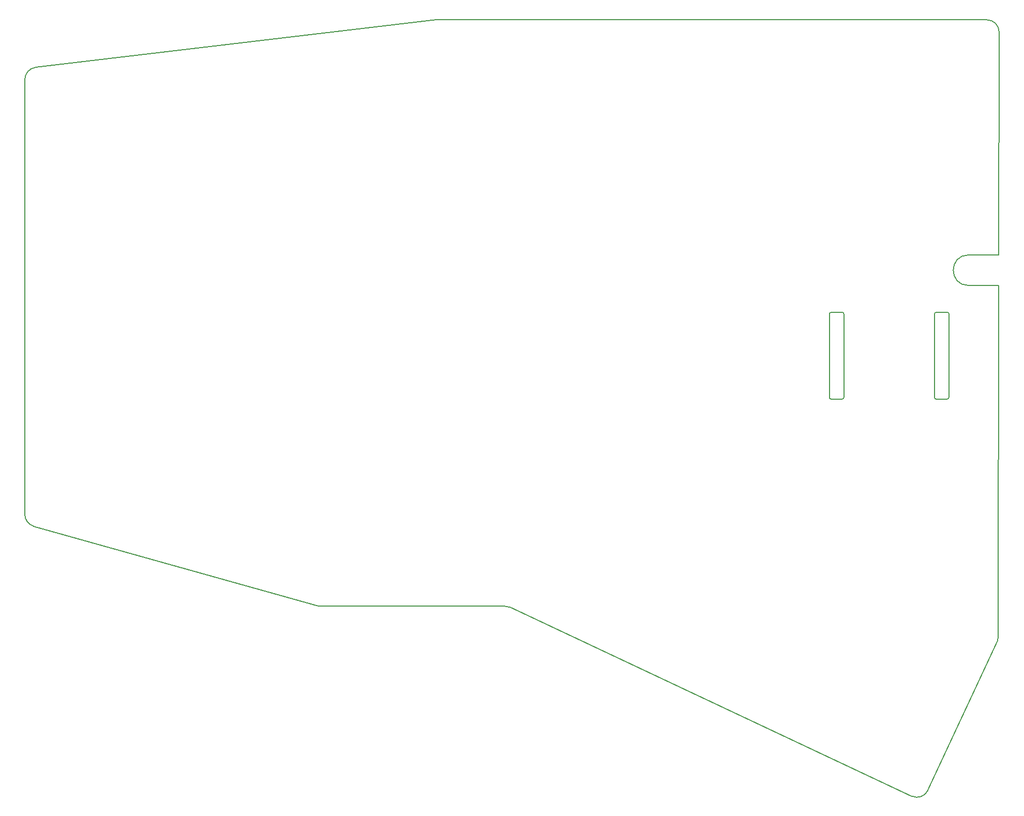
<source format=gbr>
%TF.GenerationSoftware,KiCad,Pcbnew,8.0.4*%
%TF.CreationDate,2024-07-28T16:02:38-05:00*%
%TF.ProjectId,reversible,72657665-7273-4696-926c-652e6b696361,0.5.0*%
%TF.SameCoordinates,Original*%
%TF.FileFunction,Profile,NP*%
%FSLAX46Y46*%
G04 Gerber Fmt 4.6, Leading zero omitted, Abs format (unit mm)*
G04 Created by KiCad (PCBNEW 8.0.4) date 2024-07-28 16:02:38*
%MOMM*%
%LPD*%
G01*
G04 APERTURE LIST*
%TA.AperFunction,Profile*%
%ADD10C,0.150000*%
%TD*%
G04 APERTURE END LIST*
D10*
X93053503Y-112902378D02*
X62775891Y-112902379D01*
X171997524Y-16902374D02*
G75*
G02*
X173997525Y-18904847I-24J-2000026D01*
G01*
X168999993Y-60402377D02*
G75*
G02*
X168999997Y-55402423I7J2499977D01*
G01*
X81882710Y-16916276D02*
G75*
G02*
X82118100Y-16902383I235190J-1983824D01*
G01*
X173875271Y-117911055D02*
G75*
G02*
X173687890Y-118753826I-1999971J2455D01*
G01*
X162360879Y-143044668D02*
G75*
G02*
X159697660Y-144009558I-1812679J845368D01*
G01*
X168999993Y-60402377D02*
X173946282Y-60402377D01*
X159697669Y-144009539D02*
X93904096Y-113092271D01*
X173687889Y-118753825D02*
X162360879Y-143044668D01*
X62234403Y-112827682D02*
X15958503Y-99812584D01*
X15958503Y-99812584D02*
G75*
G02*
X14500016Y-97887283I541497J1925284D01*
G01*
X93053503Y-112902378D02*
G75*
G02*
X93904097Y-113092269I-3J-2000022D01*
G01*
X16264606Y-24693242D02*
X81882710Y-16916276D01*
X14499998Y-26679343D02*
G75*
G02*
X16264606Y-24693243I2000042J-37D01*
G01*
X173952456Y-55402380D02*
X168999997Y-55402375D01*
X173997518Y-18904847D02*
X173952456Y-55402380D01*
X14499998Y-97887283D02*
X14499998Y-26679343D01*
X62775891Y-112902379D02*
G75*
G02*
X62234404Y-112827679I9J1999979D01*
G01*
X82118100Y-16902378D02*
X171997524Y-16902374D01*
X173946282Y-60402377D02*
X173875271Y-117911055D01*
%TO.C,*%
X146200001Y-78702381D02*
X146200001Y-65102381D01*
X146500001Y-64802382D02*
X148300001Y-64802380D01*
X148300002Y-79002381D02*
X146500000Y-79002381D01*
X148599999Y-65102380D02*
X148600001Y-78702379D01*
X163400001Y-65102382D02*
X163399999Y-78702379D01*
X163700001Y-79002381D02*
X165500001Y-79002382D01*
X165500001Y-64802381D02*
X163700001Y-64802381D01*
X165800001Y-78702381D02*
X165800002Y-65102381D01*
X146200001Y-65102381D02*
G75*
G02*
X146500001Y-64802382I299998J1D01*
G01*
X146500000Y-79002381D02*
G75*
G02*
X146200001Y-78702381I5J300004D01*
G01*
X148300001Y-64802380D02*
G75*
G02*
X148599999Y-65102380I1J-299997D01*
G01*
X148600001Y-78702379D02*
G75*
G02*
X148300002Y-79002381I-299997J-5D01*
G01*
X163400001Y-65102382D02*
G75*
G02*
X163700001Y-64802381I300000J1D01*
G01*
X163700001Y-79002381D02*
G75*
G02*
X163400001Y-78702379I0J300000D01*
G01*
X165500001Y-64802381D02*
G75*
G02*
X165800001Y-65102381I0J-300000D01*
G01*
X165800001Y-78702381D02*
G75*
G02*
X165500001Y-79002381I-300000J0D01*
G01*
%TD*%
M02*

</source>
